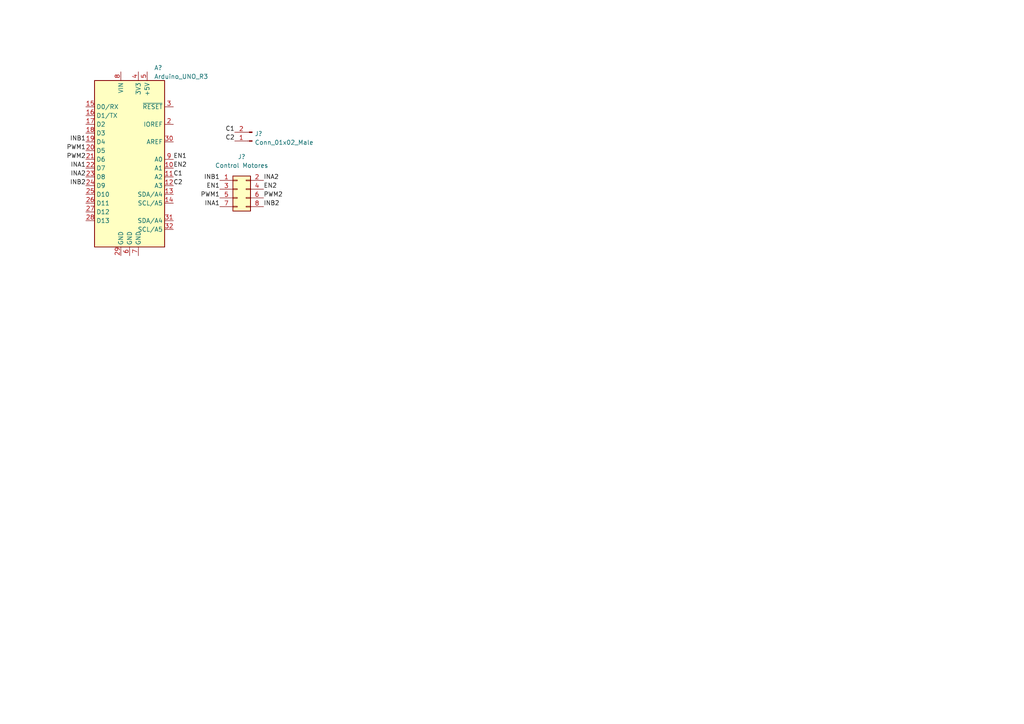
<source format=kicad_sch>
(kicad_sch (version 20211123) (generator eeschema)
  (paper "A4")
  (lib_symbols
    (symbol "Connector:Conn_01x02_Male" (pin_names (offset 1.016) hide)
      (property "Reference" "J" (at 0 2.54 0))
      (property "Value" "Conn_01x02_Male" (at 0 -5.08 0))
      (symbol "Conn_01x02_Male_1_1"
        (polyline (pts (xy 1.27 -2.54) (xy 0.8636 -2.54)) (stroke (width 0.1524)))
        (polyline (pts (xy 1.27 0) (xy 0.8636 0)) (stroke (width 0.1524)))
        (rectangle (start 0.8636 -2.413) (end 0 -2.667) (stroke (width 0.1524)) (fill (type outline)))
        (rectangle (start 0.8636 0.127) (end 0 -0.127) (stroke (width 0.1524)) (fill (type outline)))
        (pin passive line (at 5.08 0 180) (length 3.81) (name "Pin_1") (number "1"))
        (pin passive line (at 5.08 -2.54 180) (length 3.81) (name "Pin_2") (number "2"))
      )
    )
    (symbol "Connector_Generic:Conn_02x04_Odd_Even" (pin_names (offset 1.016) hide)
      (property "Reference" "J" (at 1.27 5.08 0))
      (property "Value" "Conn_02x04_Odd_Even" (at 1.27 -7.62 0))
      (symbol "Conn_02x04_Odd_Even_1_1"
        (rectangle (start -1.27 -4.953) (end 0 -5.207) (stroke (width 0.1524)))
        (rectangle (start -1.27 -2.413) (end 0 -2.667) (stroke (width 0.1524)))
        (rectangle (start -1.27 0.127) (end 0 -0.127) (stroke (width 0.1524)))
        (rectangle (start -1.27 2.667) (end 0 2.413) (stroke (width 0.1524)))
        (rectangle (start -1.27 3.81) (end 3.81 -6.35) (stroke (width 0.254)) (fill (type background)))
        (rectangle (start 3.81 -4.953) (end 2.54 -5.207) (stroke (width 0.1524)))
        (rectangle (start 3.81 -2.413) (end 2.54 -2.667) (stroke (width 0.1524)))
        (rectangle (start 3.81 0.127) (end 2.54 -0.127) (stroke (width 0.1524)))
        (rectangle (start 3.81 2.667) (end 2.54 2.413) (stroke (width 0.1524)))
        (pin passive line (at -5.08 2.54 0) (length 3.81) (name "Pin_1") (number "1"))
        (pin passive line (at 7.62 2.54 180) (length 3.81) (name "Pin_2") (number "2"))
        (pin passive line (at -5.08 0 0) (length 3.81) (name "Pin_3") (number "3"))
        (pin passive line (at 7.62 0 180) (length 3.81) (name "Pin_4") (number "4"))
        (pin passive line (at -5.08 -2.54 0) (length 3.81) (name "Pin_5") (number "5"))
        (pin passive line (at 7.62 -2.54 180) (length 3.81) (name "Pin_6") (number "6"))
        (pin passive line (at -5.08 -5.08 0) (length 3.81) (name "Pin_7") (number "7"))
        (pin passive line (at 7.62 -5.08 180) (length 3.81) (name "Pin_8") (number "8"))
      )
    )
    (symbol "MCU_Module:Arduino_UNO_R3"
      (property "Reference" "A" (at -10.16 23.495 0))
      (property "Value" "Arduino_UNO_R3" (at 5.08 -26.67 0))
      (symbol "Arduino_UNO_R3_0_1"
        (rectangle (start -10.16 22.86) (end 10.16 -25.4) (stroke (width 0.254)) (fill (type background)))
      )
      (symbol "Arduino_UNO_R3_1_1"
        (pin no_connect line (at -10.16 -20.32 0) (length 2.54) hide (name "NC") (number "1"))
        (pin bidirectional line (at 12.7 -2.54 180) (length 2.54) (name "A1") (number "10"))
        (pin bidirectional line (at 12.7 -5.08 180) (length 2.54) (name "A2") (number "11"))
        (pin bidirectional line (at 12.7 -7.62 180) (length 2.54) (name "A3") (number "12"))
        (pin bidirectional line (at 12.7 -10.16 180) (length 2.54) (name "SDA/A4") (number "13"))
        (pin bidirectional line (at 12.7 -12.7 180) (length 2.54) (name "SCL/A5") (number "14"))
        (pin bidirectional line (at -12.7 15.24 0) (length 2.54) (name "D0/RX") (number "15"))
        (pin bidirectional line (at -12.7 12.7 0) (length 2.54) (name "D1/TX") (number "16"))
        (pin bidirectional line (at -12.7 10.16 0) (length 2.54) (name "D2") (number "17"))
        (pin bidirectional line (at -12.7 7.62 0) (length 2.54) (name "D3") (number "18"))
        (pin bidirectional line (at -12.7 5.08 0) (length 2.54) (name "D4") (number "19"))
        (pin output line (at 12.7 10.16 180) (length 2.54) (name "IOREF") (number "2"))
        (pin bidirectional line (at -12.7 2.54 0) (length 2.54) (name "D5") (number "20"))
        (pin bidirectional line (at -12.7 0 0) (length 2.54) (name "D6") (number "21"))
        (pin bidirectional line (at -12.7 -2.54 0) (length 2.54) (name "D7") (number "22"))
        (pin bidirectional line (at -12.7 -5.08 0) (length 2.54) (name "D8") (number "23"))
        (pin bidirectional line (at -12.7 -7.62 0) (length 2.54) (name "D9") (number "24"))
        (pin bidirectional line (at -12.7 -10.16 0) (length 2.54) (name "D10") (number "25"))
        (pin bidirectional line (at -12.7 -12.7 0) (length 2.54) (name "D11") (number "26"))
        (pin bidirectional line (at -12.7 -15.24 0) (length 2.54) (name "D12") (number "27"))
        (pin bidirectional line (at -12.7 -17.78 0) (length 2.54) (name "D13") (number "28"))
        (pin power_in line (at -2.54 -27.94 90) (length 2.54) (name "GND") (number "29"))
        (pin input line (at 12.7 15.24 180) (length 2.54) (name "~{RESET}") (number "3"))
        (pin input line (at 12.7 5.08 180) (length 2.54) (name "AREF") (number "30"))
        (pin bidirectional line (at 12.7 -17.78 180) (length 2.54) (name "SDA/A4") (number "31"))
        (pin bidirectional line (at 12.7 -20.32 180) (length 2.54) (name "SCL/A5") (number "32"))
        (pin power_out line (at 2.54 25.4 270) (length 2.54) (name "3V3") (number "4"))
        (pin power_out line (at 5.08 25.4 270) (length 2.54) (name "+5V") (number "5"))
        (pin power_in line (at 0 -27.94 90) (length 2.54) (name "GND") (number "6"))
        (pin power_in line (at 2.54 -27.94 90) (length 2.54) (name "GND") (number "7"))
        (pin power_in line (at -2.54 25.4 270) (length 2.54) (name "VIN") (number "8"))
        (pin bidirectional line (at 12.7 0 180) (length 2.54) (name "A0") (number "9"))
      )
    )
  )
  (label "INB2" (at 24.892 53.848 180))
  (label "C1" (at 68.072 38.354 180))
  (label "C2" (at 50.292 53.848 0))
  (label "EN2" (at 76.454 54.864 0))
  (label "PWM2" (at 76.454 57.404 0))
  (label "PWM1" (at 24.892 43.688 180))
  (label "EN1" (at 50.292 46.228 0))
  (label "INA2" (at 76.454 52.324 0))
  (label "INA1" (at 63.754 59.944 180))
  (label "INB2" (at 76.454 59.944 0))
  (label "EN1" (at 63.754 54.864 180))
  (label "INA1" (at 24.892 48.768 180))
  (label "INB1" (at 24.892 41.148 180))
  (label "PWM2" (at 24.892 46.228 180))
  (label "EN2" (at 50.292 48.768 0))
  (label "C2" (at 68.072 40.894 180))
  (label "C1" (at 50.292 51.308 0))
  (label "INA2" (at 24.892 51.308 180))
  (label "INB1" (at 63.754 52.324 180))
  (label "PWM1" (at 63.754 57.404 180))
  (symbol (lib_id "Connector_Generic:Conn_02x04_Odd_Even") (at 68.834 54.864 0) (unit 1)
    (property "Reference" "J?" (at 70.104 45.466 0))
    (property "Value" "Control Motores" (at 70.104 48.006 0))
    (property "Footprint" "Connector_IDC:IDC-Header_2x04_P2.54mm_Vertical" (effects hide))
  )
  (symbol (lib_id "MCU_Module:Arduino_UNO_R3") (at 37.592 46.228 0) (unit 1)
    (property "Reference" "A?" (at 44.6914 19.6682 0) (effects (justify left)))
    (property "Value" "Arduino_UNO_R3" (at 44.6914 22.2051 0) (effects (justify left)))
    (property "Footprint" "Module:Arduino_UNO_R3" (effects hide))
    (property "Datasheet" "https://www.arduino.cc/en/Main/arduinoBoardUno" (effects hide))
  )
  (symbol (lib_id "Connector:Conn_01x02_Male") (at 73.152 40.894 180) (unit 1)
    (property "Reference" "J?" (at 73.8632 38.7893 0) (effects (justify right)))
    (property "Value" "Conn_01x02_Male" (at 73.8632 41.3262 0) (effects (justify right)))
    (property "Footprint" "Connector_PinHeader_2.54mm:PinHeader_1x02_P2.54mm_Horizontal" (effects hide))
  )
)
</source>
